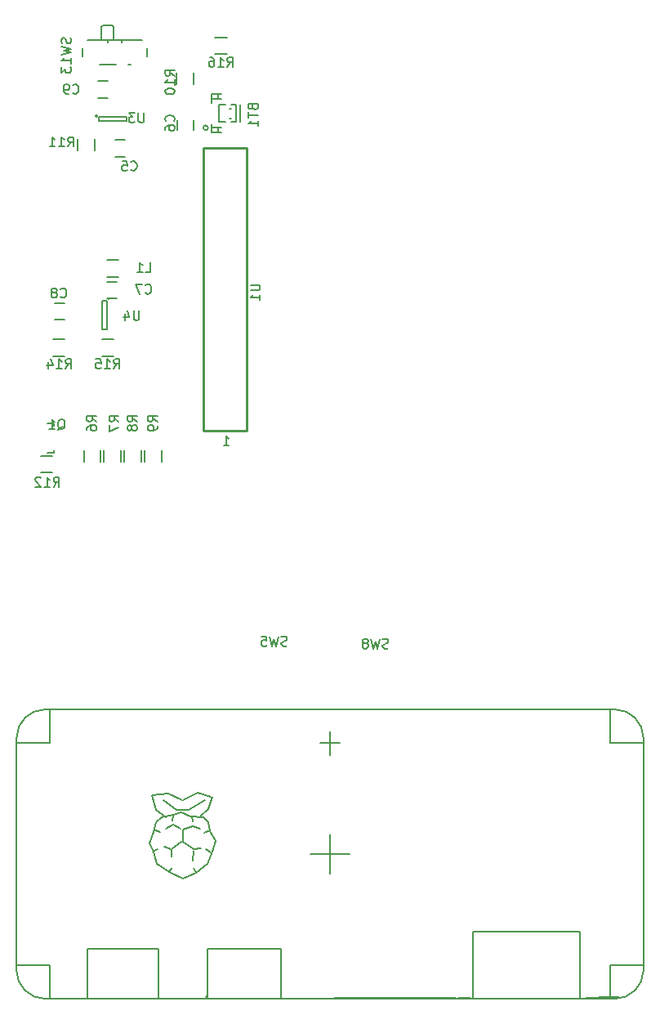
<source format=gbr>
G04 #@! TF.FileFunction,Legend,Bot*
%FSLAX46Y46*%
G04 Gerber Fmt 4.6, Leading zero omitted, Abs format (unit mm)*
G04 Created by KiCad (PCBNEW 4.0.2-stable) date 7/30/2016 6:00:18 PM*
%MOMM*%
G01*
G04 APERTURE LIST*
%ADD10C,0.100000*%
%ADD11C,0.150000*%
%ADD12C,0.010000*%
%ADD13C,0.250000*%
G04 APERTURE END LIST*
D10*
D11*
X114308000Y-71032000D02*
X115308000Y-71032000D01*
X115308000Y-72732000D02*
X114308000Y-72732000D01*
X137550000Y-133500000D02*
X135550000Y-133500000D01*
X120200000Y-141500000D02*
X120300000Y-141000000D01*
X122300000Y-141600000D02*
X122200000Y-141100000D01*
X123500000Y-142800000D02*
X124100000Y-142500000D01*
X118900000Y-142700000D02*
X118400000Y-142500000D01*
X118700000Y-144500000D02*
X118200000Y-144700000D01*
X123700000Y-144500000D02*
X124200000Y-144800000D01*
X122400000Y-146400000D02*
X122700000Y-146900000D01*
X120200000Y-146400000D02*
X119900000Y-146800000D01*
X122300000Y-142100000D02*
X123100000Y-142400000D01*
X121200000Y-139400000D02*
X119800000Y-138700000D01*
X119800000Y-138700000D02*
X118100000Y-138900000D01*
X138550000Y-145000000D02*
X134550000Y-145000000D01*
X136550000Y-143000000D02*
X136550000Y-147000000D01*
X166050000Y-160000000D02*
X107050000Y-160000000D01*
X169050000Y-157000000D02*
G75*
G02X166050000Y-160000000I-3000000J0D01*
G01*
X169050000Y-133000000D02*
X169050000Y-157000000D01*
X107050000Y-130000000D02*
X166050000Y-130000000D01*
X104050000Y-157000000D02*
X104050000Y-133000000D01*
X107050000Y-160000000D02*
G75*
G02X104050000Y-157000000I0J3000000D01*
G01*
X104050000Y-156500000D02*
X107550000Y-156500000D01*
X107550000Y-156500000D02*
X107550000Y-160000000D01*
X107550000Y-130000000D02*
X107550000Y-133500000D01*
X107550000Y-133500000D02*
X104050000Y-133500000D01*
X104050000Y-133000000D02*
G75*
G02X107050000Y-130000000I3000000J0D01*
G01*
X166050000Y-130000000D02*
G75*
G02X169050000Y-133000000I0J-3000000D01*
G01*
X165550000Y-130000000D02*
X165550000Y-133500000D01*
X165550000Y-133500000D02*
X169050000Y-133500000D01*
X169050000Y-156500000D02*
X165550000Y-156500000D01*
X165550000Y-156500000D02*
X165550000Y-160000000D01*
X165550000Y-160000000D02*
X165550000Y-159750000D01*
X136550000Y-132250000D02*
X136550000Y-134750000D01*
X121036000Y-142333000D02*
X120274000Y-141952000D01*
X120274000Y-141952000D02*
X119512000Y-142333000D01*
X120020000Y-144492000D02*
X119385000Y-144238000D01*
X120147000Y-145254000D02*
X120147000Y-144492000D01*
X120147000Y-144492000D02*
X121163000Y-143730000D01*
X122306000Y-145635000D02*
X122433000Y-144619000D01*
X122306000Y-142079000D02*
X121290000Y-142460000D01*
X121290000Y-142460000D02*
X121290000Y-143730000D01*
X121290000Y-143730000D02*
X122433000Y-144492000D01*
X122433000Y-144492000D02*
X123195000Y-144365000D01*
X123449000Y-141190000D02*
X123957000Y-141698000D01*
X123957000Y-141698000D02*
X124084000Y-142587000D01*
X124084000Y-142587000D02*
X124719000Y-143603000D01*
X124719000Y-143603000D02*
X124338000Y-144746000D01*
X124338000Y-144746000D02*
X123830000Y-146016000D01*
X123830000Y-146016000D02*
X122687000Y-146905000D01*
X122687000Y-146905000D02*
X121290000Y-147540000D01*
X121290000Y-147540000D02*
X120020000Y-146905000D01*
X120020000Y-146905000D02*
X118623000Y-146016000D01*
X118623000Y-146016000D02*
X118242000Y-144746000D01*
X118242000Y-144746000D02*
X117861000Y-143857000D01*
X117861000Y-143857000D02*
X118242000Y-142714000D01*
X118242000Y-142714000D02*
X118496000Y-141698000D01*
X118496000Y-141698000D02*
X119131000Y-141190000D01*
X119131000Y-141190000D02*
X120274000Y-140936000D01*
X120274000Y-140936000D02*
X121163000Y-140682000D01*
X121163000Y-140682000D02*
X122052000Y-141063000D01*
X122052000Y-141063000D02*
X123449000Y-141190000D01*
X123068000Y-141063000D02*
X123957000Y-140301000D01*
X123957000Y-140301000D02*
X124338000Y-139031000D01*
X124211000Y-139031000D02*
X122814000Y-138650000D01*
X122814000Y-138650000D02*
X121290000Y-139412000D01*
X118115000Y-138904000D02*
X118496000Y-140428000D01*
X118496000Y-140428000D02*
X119512000Y-141190000D01*
X119258000Y-139412000D02*
X120655000Y-140428000D01*
X120655000Y-140428000D02*
X121925000Y-140428000D01*
X121925000Y-140428000D02*
X123576000Y-139412000D01*
X162438000Y-159859000D02*
X162438000Y-153001000D01*
X162438000Y-153001000D02*
X151389000Y-153001000D01*
X151389000Y-153001000D02*
X151389000Y-159859000D01*
X118750000Y-159859000D02*
X118750000Y-154779000D01*
X118750000Y-154779000D02*
X111384000Y-154779000D01*
X111384000Y-154779000D02*
X111384000Y-159859000D01*
X131450000Y-159859000D02*
X131450000Y-154779000D01*
X131450000Y-154779000D02*
X123830000Y-154779000D01*
X123830000Y-154779000D02*
X123830000Y-159859000D01*
X123830000Y-159859000D02*
X123703000Y-159732000D01*
D12*
G36*
X165101833Y-159746695D02*
X164637439Y-159754437D01*
X164185832Y-159765582D01*
X163778021Y-159779720D01*
X163445017Y-159796438D01*
X163217831Y-159815326D01*
X163199997Y-159817605D01*
X162766550Y-159876238D01*
X163286686Y-159929662D01*
X163758317Y-159971443D01*
X164063025Y-159982585D01*
X164204518Y-159963208D01*
X164210171Y-159959309D01*
X164303103Y-159945320D01*
X164535886Y-159925480D01*
X164875190Y-159902253D01*
X165287689Y-159878103D01*
X165364673Y-159873978D01*
X165787788Y-159848783D01*
X166144721Y-159822163D01*
X166401707Y-159797032D01*
X166524981Y-159776303D01*
X166530205Y-159773433D01*
X166467046Y-159757988D01*
X166261618Y-159748003D01*
X165944933Y-159743066D01*
X165548001Y-159742767D01*
X165101833Y-159746695D01*
X165101833Y-159746695D01*
G37*
X165101833Y-159746695D02*
X164637439Y-159754437D01*
X164185832Y-159765582D01*
X163778021Y-159779720D01*
X163445017Y-159796438D01*
X163217831Y-159815326D01*
X163199997Y-159817605D01*
X162766550Y-159876238D01*
X163286686Y-159929662D01*
X163758317Y-159971443D01*
X164063025Y-159982585D01*
X164204518Y-159963208D01*
X164210171Y-159959309D01*
X164303103Y-159945320D01*
X164535886Y-159925480D01*
X164875190Y-159902253D01*
X165287689Y-159878103D01*
X165364673Y-159873978D01*
X165787788Y-159848783D01*
X166144721Y-159822163D01*
X166401707Y-159797032D01*
X166524981Y-159776303D01*
X166530205Y-159773433D01*
X166467046Y-159757988D01*
X166261618Y-159748003D01*
X165944933Y-159743066D01*
X165548001Y-159742767D01*
X165101833Y-159746695D01*
G36*
X148030504Y-159795287D02*
X147659669Y-159805745D01*
X147075456Y-159822293D01*
X146457480Y-159835135D01*
X145867035Y-159843287D01*
X145365418Y-159845765D01*
X145211942Y-159845024D01*
X143607380Y-159832496D01*
X142152892Y-159824085D01*
X140850936Y-159819771D01*
X139703970Y-159819536D01*
X138714453Y-159823361D01*
X137884843Y-159831227D01*
X137217599Y-159843114D01*
X136715180Y-159859004D01*
X136380043Y-159878877D01*
X136214648Y-159902715D01*
X136196242Y-159915043D01*
X136281906Y-159929980D01*
X136534806Y-159943605D01*
X136948802Y-159955850D01*
X137517755Y-159966649D01*
X138235526Y-159975932D01*
X139095977Y-159983632D01*
X140092968Y-159989682D01*
X141220361Y-159994014D01*
X142472016Y-159996560D01*
X143651532Y-159997270D01*
X145009281Y-159996800D01*
X146202753Y-159995302D01*
X147241050Y-159992644D01*
X148133270Y-159988693D01*
X148888515Y-159983318D01*
X149515884Y-159976386D01*
X150024478Y-159967764D01*
X150423397Y-159957321D01*
X150721741Y-159944924D01*
X150928610Y-159930441D01*
X151053105Y-159913739D01*
X151104326Y-159894687D01*
X151106777Y-159888908D01*
X151062405Y-159852787D01*
X147783728Y-159852787D01*
X147771828Y-159904324D01*
X147725935Y-159910580D01*
X147654580Y-159878862D01*
X147668142Y-159852787D01*
X147771022Y-159842412D01*
X147783728Y-159852787D01*
X151062405Y-159852787D01*
X151029839Y-159826278D01*
X150834709Y-159793200D01*
X150574811Y-159794591D01*
X150369963Y-159821126D01*
X150196096Y-159839250D01*
X149940155Y-159849413D01*
X149651228Y-159851944D01*
X149378402Y-159847169D01*
X149170768Y-159835414D01*
X149077412Y-159817007D01*
X149076797Y-159812518D01*
X149006412Y-159797172D01*
X148790259Y-159789098D01*
X148455801Y-159788425D01*
X148030504Y-159795287D01*
X148030504Y-159795287D01*
G37*
X148030504Y-159795287D02*
X147659669Y-159805745D01*
X147075456Y-159822293D01*
X146457480Y-159835135D01*
X145867035Y-159843287D01*
X145365418Y-159845765D01*
X145211942Y-159845024D01*
X143607380Y-159832496D01*
X142152892Y-159824085D01*
X140850936Y-159819771D01*
X139703970Y-159819536D01*
X138714453Y-159823361D01*
X137884843Y-159831227D01*
X137217599Y-159843114D01*
X136715180Y-159859004D01*
X136380043Y-159878877D01*
X136214648Y-159902715D01*
X136196242Y-159915043D01*
X136281906Y-159929980D01*
X136534806Y-159943605D01*
X136948802Y-159955850D01*
X137517755Y-159966649D01*
X138235526Y-159975932D01*
X139095977Y-159983632D01*
X140092968Y-159989682D01*
X141220361Y-159994014D01*
X142472016Y-159996560D01*
X143651532Y-159997270D01*
X145009281Y-159996800D01*
X146202753Y-159995302D01*
X147241050Y-159992644D01*
X148133270Y-159988693D01*
X148888515Y-159983318D01*
X149515884Y-159976386D01*
X150024478Y-159967764D01*
X150423397Y-159957321D01*
X150721741Y-159944924D01*
X150928610Y-159930441D01*
X151053105Y-159913739D01*
X151104326Y-159894687D01*
X151106777Y-159888908D01*
X151062405Y-159852787D01*
X147783728Y-159852787D01*
X147771828Y-159904324D01*
X147725935Y-159910580D01*
X147654580Y-159878862D01*
X147668142Y-159852787D01*
X147771022Y-159842412D01*
X147783728Y-159852787D01*
X151062405Y-159852787D01*
X151029839Y-159826278D01*
X150834709Y-159793200D01*
X150574811Y-159794591D01*
X150369963Y-159821126D01*
X150196096Y-159839250D01*
X149940155Y-159849413D01*
X149651228Y-159851944D01*
X149378402Y-159847169D01*
X149170768Y-159835414D01*
X149077412Y-159817007D01*
X149076797Y-159812518D01*
X149006412Y-159797172D01*
X148790259Y-159789098D01*
X148455801Y-159788425D01*
X148030504Y-159795287D01*
D11*
X119075000Y-104350000D02*
X119075000Y-103150000D01*
X117325000Y-103150000D02*
X117325000Y-104350000D01*
X116975000Y-104350000D02*
X116975000Y-103150000D01*
X115225000Y-103150000D02*
X115225000Y-104350000D01*
X114875000Y-104350000D02*
X114875000Y-103150000D01*
X113125000Y-103150000D02*
X113125000Y-104350000D01*
X112125000Y-72100000D02*
X112125000Y-70900000D01*
X110375000Y-70900000D02*
X110375000Y-72100000D01*
D13*
X123425000Y-101175000D02*
X127925000Y-101175000D01*
X123425000Y-71825000D02*
X123425000Y-101175000D01*
X127925000Y-71825000D02*
X123425000Y-71825000D01*
X127925000Y-101175000D02*
X127925000Y-71825000D01*
D11*
X120700000Y-69950000D02*
X120700000Y-68950000D01*
X122400000Y-68950000D02*
X122400000Y-69950000D01*
X113450000Y-85700000D02*
X114450000Y-85700000D01*
X114450000Y-87400000D02*
X113450000Y-87400000D01*
X108050000Y-87900000D02*
X109050000Y-87900000D01*
X109050000Y-89600000D02*
X108050000Y-89600000D01*
X114650000Y-83475000D02*
X113450000Y-83475000D01*
X113450000Y-85225000D02*
X114650000Y-85225000D01*
X122425000Y-65250000D02*
X122425000Y-64050000D01*
X120675000Y-64050000D02*
X120675000Y-65250000D01*
X106600000Y-105475000D02*
X107800000Y-105475000D01*
X107800000Y-103725000D02*
X106600000Y-103725000D01*
X109050000Y-91675000D02*
X107850000Y-91675000D01*
X107850000Y-93425000D02*
X109050000Y-93425000D01*
X114150000Y-91675000D02*
X112950000Y-91675000D01*
X112950000Y-93425000D02*
X114150000Y-93425000D01*
X112775000Y-104350000D02*
X112775000Y-103150000D01*
X111025000Y-103150000D02*
X111025000Y-104350000D01*
X107249200Y-103399820D02*
X107950240Y-103399820D01*
X107950240Y-103399820D02*
X107950240Y-103150900D01*
X107950240Y-100600840D02*
X107950240Y-100400180D01*
X107950240Y-100400180D02*
X107249200Y-100400180D01*
X123912500Y-69750000D02*
G75*
G03X123912500Y-69750000I-250000J0D01*
G01*
X127212500Y-69150000D02*
X127212500Y-67350000D01*
X125312500Y-70250000D02*
X124312500Y-70250000D01*
X124312500Y-70250000D02*
X124312500Y-69350000D01*
X124312500Y-69750000D02*
X125312500Y-69750000D01*
X125312500Y-69750000D02*
X125312500Y-69750000D01*
X125312500Y-69750000D02*
X124312500Y-69750000D01*
X124312500Y-69750000D02*
X124312500Y-69750000D01*
X124912500Y-69750000D02*
X124912500Y-69750000D01*
X124912500Y-69750000D02*
X124912500Y-70250000D01*
X124912500Y-70250000D02*
X124912500Y-70250000D01*
X124912500Y-70250000D02*
X124912500Y-69750000D01*
X125312500Y-66250000D02*
X124312500Y-66250000D01*
X124312500Y-66250000D02*
X124312500Y-67150000D01*
X124312500Y-66750000D02*
X125312500Y-66750000D01*
X125312500Y-66750000D02*
X125312500Y-66750000D01*
X125312500Y-66750000D02*
X124312500Y-66750000D01*
X124312500Y-66750000D02*
X124312500Y-66750000D01*
X124912500Y-66750000D02*
X124912500Y-66750000D01*
X124912500Y-66750000D02*
X124912500Y-66250000D01*
X124912500Y-66250000D02*
X124912500Y-66250000D01*
X124912500Y-66250000D02*
X124912500Y-66750000D01*
X126312500Y-69150000D02*
X126812500Y-69150000D01*
X126812500Y-69150000D02*
X126812500Y-67350000D01*
X126812500Y-67350000D02*
X126312500Y-67350000D01*
X125712500Y-69150000D02*
X125062500Y-69150000D01*
X125062500Y-69150000D02*
X125062500Y-67350000D01*
X125062500Y-67350000D02*
X125712500Y-67350000D01*
X126312500Y-68750000D02*
X126112500Y-68750000D01*
X126312500Y-67750000D02*
X126112500Y-67750000D01*
X115000000Y-60925000D02*
X115000000Y-60625000D01*
X113500000Y-60925000D02*
X113500000Y-60625000D01*
X115650000Y-63225000D02*
X115850000Y-63225000D01*
X112850000Y-59325000D02*
X113050000Y-59125000D01*
X114150000Y-59325000D02*
X113950000Y-59125000D01*
X112850000Y-60625000D02*
X112850000Y-59325000D01*
X113050000Y-59125000D02*
X113950000Y-59125000D01*
X114150000Y-59325000D02*
X114150000Y-60625000D01*
X111400000Y-60625000D02*
X117100000Y-60625000D01*
X112650000Y-63225000D02*
X114350000Y-63225000D01*
X110900000Y-62325000D02*
X110900000Y-61525000D01*
X117600000Y-61525000D02*
X117600000Y-62325000D01*
X112446000Y-68534000D02*
G75*
G03X112446000Y-68534000I-100000J0D01*
G01*
X112596000Y-69084000D02*
X112596000Y-68584000D01*
X115496000Y-69084000D02*
X112596000Y-69084000D01*
X115496000Y-68584000D02*
X115496000Y-69084000D01*
X112596000Y-68584000D02*
X115496000Y-68584000D01*
X113700000Y-87450000D02*
G75*
G03X113700000Y-87450000I-100000J0D01*
G01*
X112950000Y-87700000D02*
X113450000Y-87700000D01*
X112950000Y-90600000D02*
X112950000Y-87700000D01*
X113450000Y-90600000D02*
X112950000Y-90600000D01*
X113450000Y-87700000D02*
X113450000Y-90600000D01*
X113530000Y-66636000D02*
X112530000Y-66636000D01*
X112530000Y-64936000D02*
X113530000Y-64936000D01*
X125850000Y-60375000D02*
X124650000Y-60375000D01*
X124650000Y-62125000D02*
X125850000Y-62125000D01*
X115916666Y-74107143D02*
X115964285Y-74154762D01*
X116107142Y-74202381D01*
X116202380Y-74202381D01*
X116345238Y-74154762D01*
X116440476Y-74059524D01*
X116488095Y-73964286D01*
X116535714Y-73773810D01*
X116535714Y-73630952D01*
X116488095Y-73440476D01*
X116440476Y-73345238D01*
X116345238Y-73250000D01*
X116202380Y-73202381D01*
X116107142Y-73202381D01*
X115964285Y-73250000D01*
X115916666Y-73297619D01*
X115011904Y-73202381D02*
X115488095Y-73202381D01*
X115535714Y-73678571D01*
X115488095Y-73630952D01*
X115392857Y-73583333D01*
X115154761Y-73583333D01*
X115059523Y-73630952D01*
X115011904Y-73678571D01*
X114964285Y-73773810D01*
X114964285Y-74011905D01*
X115011904Y-74107143D01*
X115059523Y-74154762D01*
X115154761Y-74202381D01*
X115392857Y-74202381D01*
X115488095Y-74154762D01*
X115535714Y-74107143D01*
X118652381Y-100183334D02*
X118176190Y-99850000D01*
X118652381Y-99611905D02*
X117652381Y-99611905D01*
X117652381Y-99992858D01*
X117700000Y-100088096D01*
X117747619Y-100135715D01*
X117842857Y-100183334D01*
X117985714Y-100183334D01*
X118080952Y-100135715D01*
X118128571Y-100088096D01*
X118176190Y-99992858D01*
X118176190Y-99611905D01*
X118652381Y-100659524D02*
X118652381Y-100850000D01*
X118604762Y-100945239D01*
X118557143Y-100992858D01*
X118414286Y-101088096D01*
X118223810Y-101135715D01*
X117842857Y-101135715D01*
X117747619Y-101088096D01*
X117700000Y-101040477D01*
X117652381Y-100945239D01*
X117652381Y-100754762D01*
X117700000Y-100659524D01*
X117747619Y-100611905D01*
X117842857Y-100564286D01*
X118080952Y-100564286D01*
X118176190Y-100611905D01*
X118223810Y-100659524D01*
X118271429Y-100754762D01*
X118271429Y-100945239D01*
X118223810Y-101040477D01*
X118176190Y-101088096D01*
X118080952Y-101135715D01*
X116552381Y-100183334D02*
X116076190Y-99850000D01*
X116552381Y-99611905D02*
X115552381Y-99611905D01*
X115552381Y-99992858D01*
X115600000Y-100088096D01*
X115647619Y-100135715D01*
X115742857Y-100183334D01*
X115885714Y-100183334D01*
X115980952Y-100135715D01*
X116028571Y-100088096D01*
X116076190Y-99992858D01*
X116076190Y-99611905D01*
X115980952Y-100754762D02*
X115933333Y-100659524D01*
X115885714Y-100611905D01*
X115790476Y-100564286D01*
X115742857Y-100564286D01*
X115647619Y-100611905D01*
X115600000Y-100659524D01*
X115552381Y-100754762D01*
X115552381Y-100945239D01*
X115600000Y-101040477D01*
X115647619Y-101088096D01*
X115742857Y-101135715D01*
X115790476Y-101135715D01*
X115885714Y-101088096D01*
X115933333Y-101040477D01*
X115980952Y-100945239D01*
X115980952Y-100754762D01*
X116028571Y-100659524D01*
X116076190Y-100611905D01*
X116171429Y-100564286D01*
X116361905Y-100564286D01*
X116457143Y-100611905D01*
X116504762Y-100659524D01*
X116552381Y-100754762D01*
X116552381Y-100945239D01*
X116504762Y-101040477D01*
X116457143Y-101088096D01*
X116361905Y-101135715D01*
X116171429Y-101135715D01*
X116076190Y-101088096D01*
X116028571Y-101040477D01*
X115980952Y-100945239D01*
X114652381Y-100183334D02*
X114176190Y-99850000D01*
X114652381Y-99611905D02*
X113652381Y-99611905D01*
X113652381Y-99992858D01*
X113700000Y-100088096D01*
X113747619Y-100135715D01*
X113842857Y-100183334D01*
X113985714Y-100183334D01*
X114080952Y-100135715D01*
X114128571Y-100088096D01*
X114176190Y-99992858D01*
X114176190Y-99611905D01*
X113652381Y-100516667D02*
X113652381Y-101183334D01*
X114652381Y-100754762D01*
X109392857Y-71702381D02*
X109726191Y-71226190D01*
X109964286Y-71702381D02*
X109964286Y-70702381D01*
X109583333Y-70702381D01*
X109488095Y-70750000D01*
X109440476Y-70797619D01*
X109392857Y-70892857D01*
X109392857Y-71035714D01*
X109440476Y-71130952D01*
X109488095Y-71178571D01*
X109583333Y-71226190D01*
X109964286Y-71226190D01*
X108440476Y-71702381D02*
X109011905Y-71702381D01*
X108726191Y-71702381D02*
X108726191Y-70702381D01*
X108821429Y-70845238D01*
X108916667Y-70940476D01*
X109011905Y-70988095D01*
X107488095Y-71702381D02*
X108059524Y-71702381D01*
X107773810Y-71702381D02*
X107773810Y-70702381D01*
X107869048Y-70845238D01*
X107964286Y-70940476D01*
X108059524Y-70988095D01*
X128302381Y-86038095D02*
X129111905Y-86038095D01*
X129207143Y-86085714D01*
X129254762Y-86133333D01*
X129302381Y-86228571D01*
X129302381Y-86419048D01*
X129254762Y-86514286D01*
X129207143Y-86561905D01*
X129111905Y-86609524D01*
X128302381Y-86609524D01*
X129302381Y-87609524D02*
X129302381Y-87038095D01*
X129302381Y-87323809D02*
X128302381Y-87323809D01*
X128445238Y-87228571D01*
X128540476Y-87133333D01*
X128588095Y-87038095D01*
X125514285Y-102652381D02*
X126085714Y-102652381D01*
X125800000Y-102652381D02*
X125800000Y-101652381D01*
X125895238Y-101795238D01*
X125990476Y-101890476D01*
X126085714Y-101938095D01*
X120357143Y-69083334D02*
X120404762Y-69035715D01*
X120452381Y-68892858D01*
X120452381Y-68797620D01*
X120404762Y-68654762D01*
X120309524Y-68559524D01*
X120214286Y-68511905D01*
X120023810Y-68464286D01*
X119880952Y-68464286D01*
X119690476Y-68511905D01*
X119595238Y-68559524D01*
X119500000Y-68654762D01*
X119452381Y-68797620D01*
X119452381Y-68892858D01*
X119500000Y-69035715D01*
X119547619Y-69083334D01*
X119452381Y-69940477D02*
X119452381Y-69750000D01*
X119500000Y-69654762D01*
X119547619Y-69607143D01*
X119690476Y-69511905D01*
X119880952Y-69464286D01*
X120261905Y-69464286D01*
X120357143Y-69511905D01*
X120404762Y-69559524D01*
X120452381Y-69654762D01*
X120452381Y-69845239D01*
X120404762Y-69940477D01*
X120357143Y-69988096D01*
X120261905Y-70035715D01*
X120023810Y-70035715D01*
X119928571Y-69988096D01*
X119880952Y-69940477D01*
X119833333Y-69845239D01*
X119833333Y-69654762D01*
X119880952Y-69559524D01*
X119928571Y-69511905D01*
X120023810Y-69464286D01*
X117416666Y-86857143D02*
X117464285Y-86904762D01*
X117607142Y-86952381D01*
X117702380Y-86952381D01*
X117845238Y-86904762D01*
X117940476Y-86809524D01*
X117988095Y-86714286D01*
X118035714Y-86523810D01*
X118035714Y-86380952D01*
X117988095Y-86190476D01*
X117940476Y-86095238D01*
X117845238Y-86000000D01*
X117702380Y-85952381D01*
X117607142Y-85952381D01*
X117464285Y-86000000D01*
X117416666Y-86047619D01*
X117083333Y-85952381D02*
X116416666Y-85952381D01*
X116845238Y-86952381D01*
X108625666Y-87275143D02*
X108673285Y-87322762D01*
X108816142Y-87370381D01*
X108911380Y-87370381D01*
X109054238Y-87322762D01*
X109149476Y-87227524D01*
X109197095Y-87132286D01*
X109244714Y-86941810D01*
X109244714Y-86798952D01*
X109197095Y-86608476D01*
X109149476Y-86513238D01*
X109054238Y-86418000D01*
X108911380Y-86370381D01*
X108816142Y-86370381D01*
X108673285Y-86418000D01*
X108625666Y-86465619D01*
X108054238Y-86798952D02*
X108149476Y-86751333D01*
X108197095Y-86703714D01*
X108244714Y-86608476D01*
X108244714Y-86560857D01*
X108197095Y-86465619D01*
X108149476Y-86418000D01*
X108054238Y-86370381D01*
X107863761Y-86370381D01*
X107768523Y-86418000D01*
X107720904Y-86465619D01*
X107673285Y-86560857D01*
X107673285Y-86608476D01*
X107720904Y-86703714D01*
X107768523Y-86751333D01*
X107863761Y-86798952D01*
X108054238Y-86798952D01*
X108149476Y-86846571D01*
X108197095Y-86894190D01*
X108244714Y-86989429D01*
X108244714Y-87179905D01*
X108197095Y-87275143D01*
X108149476Y-87322762D01*
X108054238Y-87370381D01*
X107863761Y-87370381D01*
X107768523Y-87322762D01*
X107720904Y-87275143D01*
X107673285Y-87179905D01*
X107673285Y-86989429D01*
X107720904Y-86894190D01*
X107768523Y-86846571D01*
X107863761Y-86798952D01*
X117416666Y-84702381D02*
X117892857Y-84702381D01*
X117892857Y-83702381D01*
X116559523Y-84702381D02*
X117130952Y-84702381D01*
X116845238Y-84702381D02*
X116845238Y-83702381D01*
X116940476Y-83845238D01*
X117035714Y-83940476D01*
X117130952Y-83988095D01*
X120452381Y-64357143D02*
X119976190Y-64023809D01*
X120452381Y-63785714D02*
X119452381Y-63785714D01*
X119452381Y-64166667D01*
X119500000Y-64261905D01*
X119547619Y-64309524D01*
X119642857Y-64357143D01*
X119785714Y-64357143D01*
X119880952Y-64309524D01*
X119928571Y-64261905D01*
X119976190Y-64166667D01*
X119976190Y-63785714D01*
X120452381Y-65309524D02*
X120452381Y-64738095D01*
X120452381Y-65023809D02*
X119452381Y-65023809D01*
X119595238Y-64928571D01*
X119690476Y-64833333D01*
X119738095Y-64738095D01*
X119452381Y-65928571D02*
X119452381Y-66023810D01*
X119500000Y-66119048D01*
X119547619Y-66166667D01*
X119642857Y-66214286D01*
X119833333Y-66261905D01*
X120071429Y-66261905D01*
X120261905Y-66214286D01*
X120357143Y-66166667D01*
X120404762Y-66119048D01*
X120452381Y-66023810D01*
X120452381Y-65928571D01*
X120404762Y-65833333D01*
X120357143Y-65785714D01*
X120261905Y-65738095D01*
X120071429Y-65690476D01*
X119833333Y-65690476D01*
X119642857Y-65738095D01*
X119547619Y-65785714D01*
X119500000Y-65833333D01*
X119452381Y-65928571D01*
X107892857Y-106952381D02*
X108226191Y-106476190D01*
X108464286Y-106952381D02*
X108464286Y-105952381D01*
X108083333Y-105952381D01*
X107988095Y-106000000D01*
X107940476Y-106047619D01*
X107892857Y-106142857D01*
X107892857Y-106285714D01*
X107940476Y-106380952D01*
X107988095Y-106428571D01*
X108083333Y-106476190D01*
X108464286Y-106476190D01*
X106940476Y-106952381D02*
X107511905Y-106952381D01*
X107226191Y-106952381D02*
X107226191Y-105952381D01*
X107321429Y-106095238D01*
X107416667Y-106190476D01*
X107511905Y-106238095D01*
X106559524Y-106047619D02*
X106511905Y-106000000D01*
X106416667Y-105952381D01*
X106178571Y-105952381D01*
X106083333Y-106000000D01*
X106035714Y-106047619D01*
X105988095Y-106142857D01*
X105988095Y-106238095D01*
X106035714Y-106380952D01*
X106607143Y-106952381D01*
X105988095Y-106952381D01*
X109142857Y-94702381D02*
X109476191Y-94226190D01*
X109714286Y-94702381D02*
X109714286Y-93702381D01*
X109333333Y-93702381D01*
X109238095Y-93750000D01*
X109190476Y-93797619D01*
X109142857Y-93892857D01*
X109142857Y-94035714D01*
X109190476Y-94130952D01*
X109238095Y-94178571D01*
X109333333Y-94226190D01*
X109714286Y-94226190D01*
X108190476Y-94702381D02*
X108761905Y-94702381D01*
X108476191Y-94702381D02*
X108476191Y-93702381D01*
X108571429Y-93845238D01*
X108666667Y-93940476D01*
X108761905Y-93988095D01*
X107333333Y-94035714D02*
X107333333Y-94702381D01*
X107571429Y-93654762D02*
X107809524Y-94369048D01*
X107190476Y-94369048D01*
X114142857Y-94702381D02*
X114476191Y-94226190D01*
X114714286Y-94702381D02*
X114714286Y-93702381D01*
X114333333Y-93702381D01*
X114238095Y-93750000D01*
X114190476Y-93797619D01*
X114142857Y-93892857D01*
X114142857Y-94035714D01*
X114190476Y-94130952D01*
X114238095Y-94178571D01*
X114333333Y-94226190D01*
X114714286Y-94226190D01*
X113190476Y-94702381D02*
X113761905Y-94702381D01*
X113476191Y-94702381D02*
X113476191Y-93702381D01*
X113571429Y-93845238D01*
X113666667Y-93940476D01*
X113761905Y-93988095D01*
X112285714Y-93702381D02*
X112761905Y-93702381D01*
X112809524Y-94178571D01*
X112761905Y-94130952D01*
X112666667Y-94083333D01*
X112428571Y-94083333D01*
X112333333Y-94130952D01*
X112285714Y-94178571D01*
X112238095Y-94273810D01*
X112238095Y-94511905D01*
X112285714Y-94607143D01*
X112333333Y-94654762D01*
X112428571Y-94702381D01*
X112666667Y-94702381D01*
X112761905Y-94654762D01*
X112809524Y-94607143D01*
X112352381Y-100183334D02*
X111876190Y-99850000D01*
X112352381Y-99611905D02*
X111352381Y-99611905D01*
X111352381Y-99992858D01*
X111400000Y-100088096D01*
X111447619Y-100135715D01*
X111542857Y-100183334D01*
X111685714Y-100183334D01*
X111780952Y-100135715D01*
X111828571Y-100088096D01*
X111876190Y-99992858D01*
X111876190Y-99611905D01*
X111352381Y-101040477D02*
X111352381Y-100850000D01*
X111400000Y-100754762D01*
X111447619Y-100707143D01*
X111590476Y-100611905D01*
X111780952Y-100564286D01*
X112161905Y-100564286D01*
X112257143Y-100611905D01*
X112304762Y-100659524D01*
X112352381Y-100754762D01*
X112352381Y-100945239D01*
X112304762Y-101040477D01*
X112257143Y-101088096D01*
X112161905Y-101135715D01*
X111923810Y-101135715D01*
X111828571Y-101088096D01*
X111780952Y-101040477D01*
X111733333Y-100945239D01*
X111733333Y-100754762D01*
X111780952Y-100659524D01*
X111828571Y-100611905D01*
X111923810Y-100564286D01*
X108345238Y-101047619D02*
X108440476Y-101000000D01*
X108535714Y-100904762D01*
X108678571Y-100761905D01*
X108773810Y-100714286D01*
X108869048Y-100714286D01*
X108821429Y-100952381D02*
X108916667Y-100904762D01*
X109011905Y-100809524D01*
X109059524Y-100619048D01*
X109059524Y-100285714D01*
X109011905Y-100095238D01*
X108916667Y-100000000D01*
X108821429Y-99952381D01*
X108630952Y-99952381D01*
X108535714Y-100000000D01*
X108440476Y-100095238D01*
X108392857Y-100285714D01*
X108392857Y-100619048D01*
X108440476Y-100809524D01*
X108535714Y-100904762D01*
X108630952Y-100952381D01*
X108821429Y-100952381D01*
X107440476Y-100952381D02*
X108011905Y-100952381D01*
X107726191Y-100952381D02*
X107726191Y-99952381D01*
X107821429Y-100095238D01*
X107916667Y-100190476D01*
X108011905Y-100238095D01*
X128546571Y-67622286D02*
X128594190Y-67765143D01*
X128641810Y-67812762D01*
X128737048Y-67860381D01*
X128879905Y-67860381D01*
X128975143Y-67812762D01*
X129022762Y-67765143D01*
X129070381Y-67669905D01*
X129070381Y-67288952D01*
X128070381Y-67288952D01*
X128070381Y-67622286D01*
X128118000Y-67717524D01*
X128165619Y-67765143D01*
X128260857Y-67812762D01*
X128356095Y-67812762D01*
X128451333Y-67765143D01*
X128498952Y-67717524D01*
X128546571Y-67622286D01*
X128546571Y-67288952D01*
X128070381Y-68146095D02*
X128070381Y-68717524D01*
X129070381Y-68431809D02*
X128070381Y-68431809D01*
X129070381Y-69574667D02*
X129070381Y-69003238D01*
X129070381Y-69288952D02*
X128070381Y-69288952D01*
X128213238Y-69193714D01*
X128308476Y-69098476D01*
X128356095Y-69003238D01*
X109654762Y-60440476D02*
X109702381Y-60583333D01*
X109702381Y-60821429D01*
X109654762Y-60916667D01*
X109607143Y-60964286D01*
X109511905Y-61011905D01*
X109416667Y-61011905D01*
X109321429Y-60964286D01*
X109273810Y-60916667D01*
X109226190Y-60821429D01*
X109178571Y-60630952D01*
X109130952Y-60535714D01*
X109083333Y-60488095D01*
X108988095Y-60440476D01*
X108892857Y-60440476D01*
X108797619Y-60488095D01*
X108750000Y-60535714D01*
X108702381Y-60630952D01*
X108702381Y-60869048D01*
X108750000Y-61011905D01*
X108702381Y-61345238D02*
X109702381Y-61583333D01*
X108988095Y-61773810D01*
X109702381Y-61964286D01*
X108702381Y-62202381D01*
X109702381Y-63107143D02*
X109702381Y-62535714D01*
X109702381Y-62821428D02*
X108702381Y-62821428D01*
X108845238Y-62726190D01*
X108940476Y-62630952D01*
X108988095Y-62535714D01*
X108702381Y-63440476D02*
X108702381Y-64059524D01*
X109083333Y-63726190D01*
X109083333Y-63869048D01*
X109130952Y-63964286D01*
X109178571Y-64011905D01*
X109273810Y-64059524D01*
X109511905Y-64059524D01*
X109607143Y-64011905D01*
X109654762Y-63964286D01*
X109702381Y-63869048D01*
X109702381Y-63583333D01*
X109654762Y-63488095D01*
X109607143Y-63440476D01*
X117261905Y-68202381D02*
X117261905Y-69011905D01*
X117214286Y-69107143D01*
X117166667Y-69154762D01*
X117071429Y-69202381D01*
X116880952Y-69202381D01*
X116785714Y-69154762D01*
X116738095Y-69107143D01*
X116690476Y-69011905D01*
X116690476Y-68202381D01*
X116309524Y-68202381D02*
X115690476Y-68202381D01*
X116023810Y-68583333D01*
X115880952Y-68583333D01*
X115785714Y-68630952D01*
X115738095Y-68678571D01*
X115690476Y-68773810D01*
X115690476Y-69011905D01*
X115738095Y-69107143D01*
X115785714Y-69154762D01*
X115880952Y-69202381D01*
X116166667Y-69202381D01*
X116261905Y-69154762D01*
X116309524Y-69107143D01*
X116761905Y-88702381D02*
X116761905Y-89511905D01*
X116714286Y-89607143D01*
X116666667Y-89654762D01*
X116571429Y-89702381D01*
X116380952Y-89702381D01*
X116285714Y-89654762D01*
X116238095Y-89607143D01*
X116190476Y-89511905D01*
X116190476Y-88702381D01*
X115285714Y-89035714D02*
X115285714Y-89702381D01*
X115523810Y-88654762D02*
X115761905Y-89369048D01*
X115142857Y-89369048D01*
X132083333Y-123404762D02*
X131940476Y-123452381D01*
X131702380Y-123452381D01*
X131607142Y-123404762D01*
X131559523Y-123357143D01*
X131511904Y-123261905D01*
X131511904Y-123166667D01*
X131559523Y-123071429D01*
X131607142Y-123023810D01*
X131702380Y-122976190D01*
X131892857Y-122928571D01*
X131988095Y-122880952D01*
X132035714Y-122833333D01*
X132083333Y-122738095D01*
X132083333Y-122642857D01*
X132035714Y-122547619D01*
X131988095Y-122500000D01*
X131892857Y-122452381D01*
X131654761Y-122452381D01*
X131511904Y-122500000D01*
X131178571Y-122452381D02*
X130940476Y-123452381D01*
X130749999Y-122738095D01*
X130559523Y-123452381D01*
X130321428Y-122452381D01*
X129464285Y-122452381D02*
X129940476Y-122452381D01*
X129988095Y-122928571D01*
X129940476Y-122880952D01*
X129845238Y-122833333D01*
X129607142Y-122833333D01*
X129511904Y-122880952D01*
X129464285Y-122928571D01*
X129416666Y-123023810D01*
X129416666Y-123261905D01*
X129464285Y-123357143D01*
X129511904Y-123404762D01*
X129607142Y-123452381D01*
X129845238Y-123452381D01*
X129940476Y-123404762D01*
X129988095Y-123357143D01*
X142583333Y-123654762D02*
X142440476Y-123702381D01*
X142202380Y-123702381D01*
X142107142Y-123654762D01*
X142059523Y-123607143D01*
X142011904Y-123511905D01*
X142011904Y-123416667D01*
X142059523Y-123321429D01*
X142107142Y-123273810D01*
X142202380Y-123226190D01*
X142392857Y-123178571D01*
X142488095Y-123130952D01*
X142535714Y-123083333D01*
X142583333Y-122988095D01*
X142583333Y-122892857D01*
X142535714Y-122797619D01*
X142488095Y-122750000D01*
X142392857Y-122702381D01*
X142154761Y-122702381D01*
X142011904Y-122750000D01*
X141678571Y-122702381D02*
X141440476Y-123702381D01*
X141249999Y-122988095D01*
X141059523Y-123702381D01*
X140821428Y-122702381D01*
X140297619Y-123130952D02*
X140392857Y-123083333D01*
X140440476Y-123035714D01*
X140488095Y-122940476D01*
X140488095Y-122892857D01*
X140440476Y-122797619D01*
X140392857Y-122750000D01*
X140297619Y-122702381D01*
X140107142Y-122702381D01*
X140011904Y-122750000D01*
X139964285Y-122797619D01*
X139916666Y-122892857D01*
X139916666Y-122940476D01*
X139964285Y-123035714D01*
X140011904Y-123083333D01*
X140107142Y-123130952D01*
X140297619Y-123130952D01*
X140392857Y-123178571D01*
X140440476Y-123226190D01*
X140488095Y-123321429D01*
X140488095Y-123511905D01*
X140440476Y-123607143D01*
X140392857Y-123654762D01*
X140297619Y-123702381D01*
X140107142Y-123702381D01*
X140011904Y-123654762D01*
X139964285Y-123607143D01*
X139916666Y-123511905D01*
X139916666Y-123321429D01*
X139964285Y-123226190D01*
X140011904Y-123178571D01*
X140107142Y-123130952D01*
X109894666Y-66143143D02*
X109942285Y-66190762D01*
X110085142Y-66238381D01*
X110180380Y-66238381D01*
X110323238Y-66190762D01*
X110418476Y-66095524D01*
X110466095Y-66000286D01*
X110513714Y-65809810D01*
X110513714Y-65666952D01*
X110466095Y-65476476D01*
X110418476Y-65381238D01*
X110323238Y-65286000D01*
X110180380Y-65238381D01*
X110085142Y-65238381D01*
X109942285Y-65286000D01*
X109894666Y-65333619D01*
X109418476Y-66238381D02*
X109228000Y-66238381D01*
X109132761Y-66190762D01*
X109085142Y-66143143D01*
X108989904Y-66000286D01*
X108942285Y-65809810D01*
X108942285Y-65428857D01*
X108989904Y-65333619D01*
X109037523Y-65286000D01*
X109132761Y-65238381D01*
X109323238Y-65238381D01*
X109418476Y-65286000D01*
X109466095Y-65333619D01*
X109513714Y-65428857D01*
X109513714Y-65666952D01*
X109466095Y-65762190D01*
X109418476Y-65809810D01*
X109323238Y-65857429D01*
X109132761Y-65857429D01*
X109037523Y-65809810D01*
X108989904Y-65762190D01*
X108942285Y-65666952D01*
X125892857Y-63452381D02*
X126226191Y-62976190D01*
X126464286Y-63452381D02*
X126464286Y-62452381D01*
X126083333Y-62452381D01*
X125988095Y-62500000D01*
X125940476Y-62547619D01*
X125892857Y-62642857D01*
X125892857Y-62785714D01*
X125940476Y-62880952D01*
X125988095Y-62928571D01*
X126083333Y-62976190D01*
X126464286Y-62976190D01*
X124940476Y-63452381D02*
X125511905Y-63452381D01*
X125226191Y-63452381D02*
X125226191Y-62452381D01*
X125321429Y-62595238D01*
X125416667Y-62690476D01*
X125511905Y-62738095D01*
X124083333Y-62452381D02*
X124273810Y-62452381D01*
X124369048Y-62500000D01*
X124416667Y-62547619D01*
X124511905Y-62690476D01*
X124559524Y-62880952D01*
X124559524Y-63261905D01*
X124511905Y-63357143D01*
X124464286Y-63404762D01*
X124369048Y-63452381D01*
X124178571Y-63452381D01*
X124083333Y-63404762D01*
X124035714Y-63357143D01*
X123988095Y-63261905D01*
X123988095Y-63023810D01*
X124035714Y-62928571D01*
X124083333Y-62880952D01*
X124178571Y-62833333D01*
X124369048Y-62833333D01*
X124464286Y-62880952D01*
X124511905Y-62928571D01*
X124559524Y-63023810D01*
M02*

</source>
